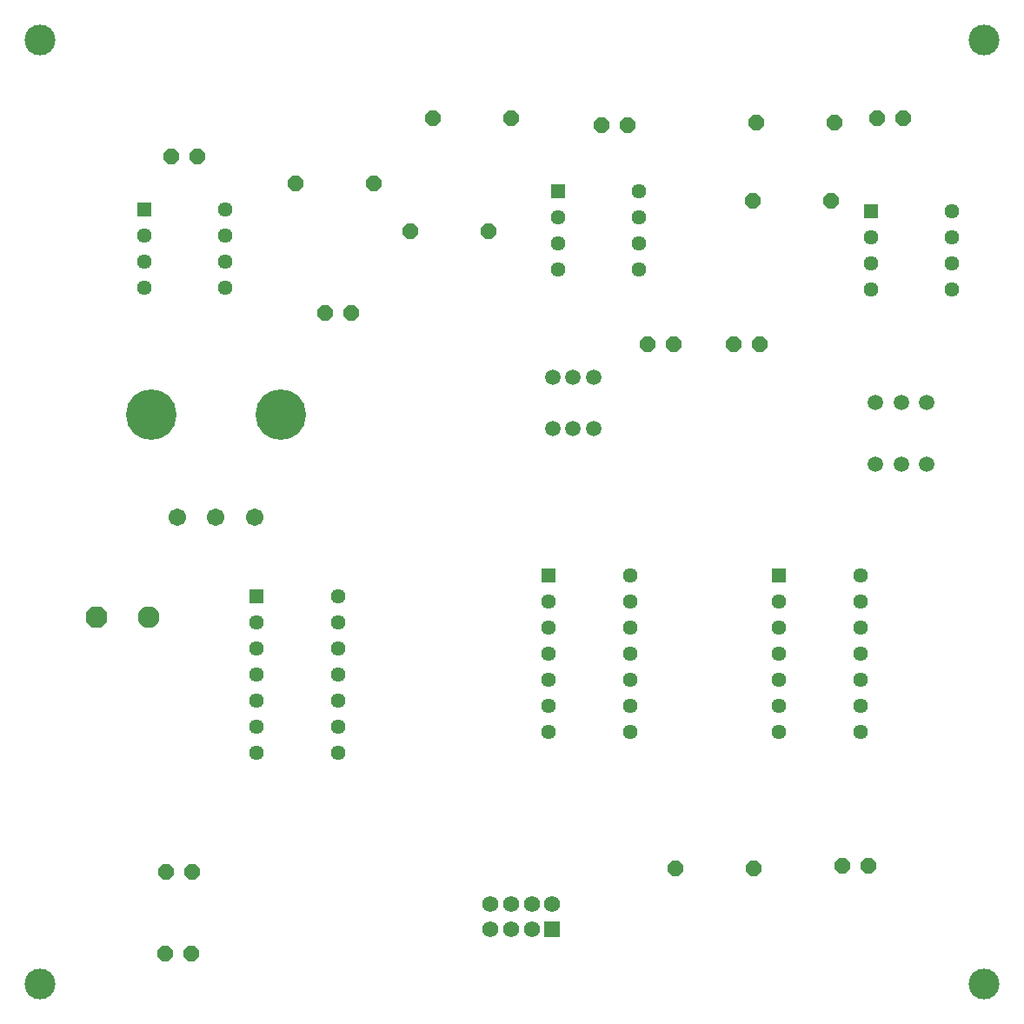
<source format=gbr>
G04 EAGLE Gerber RS-274X export*
G75*
%MOMM*%
%FSLAX34Y34*%
%LPD*%
%INSoldermask Top*%
%IPPOS*%
%AMOC8*
5,1,8,0,0,1.08239X$1,22.5*%
G01*
%ADD10R,1.441200X1.441200*%
%ADD11C,1.441200*%
%ADD12R,1.561200X1.561200*%
%ADD13C,1.561200*%
%ADD14P,1.649562X8X202.500000*%
%ADD15P,1.649562X8X22.500000*%
%ADD16C,2.108200*%
%ADD17P,2.281895X8X202.500000*%
%ADD18C,1.711200*%
%ADD19C,4.911200*%
%ADD20C,1.511200*%
%ADD21C,3.003200*%


D10*
X759800Y437800D03*
D11*
X759800Y412400D03*
X759800Y387000D03*
X759800Y361600D03*
X759800Y336200D03*
X759800Y310800D03*
X759800Y285400D03*
X839200Y285400D03*
X839200Y310800D03*
X839200Y336200D03*
X839200Y361600D03*
X839200Y387000D03*
X839200Y412400D03*
X839200Y437800D03*
D12*
X539100Y93300D03*
D13*
X539100Y118300D03*
X519100Y93300D03*
X519100Y118300D03*
X499100Y93300D03*
X499100Y118300D03*
X479100Y93300D03*
X479100Y118300D03*
D14*
X612600Y876600D03*
X587200Y876600D03*
X193400Y846600D03*
X168000Y846600D03*
D15*
X855200Y883400D03*
X880600Y883400D03*
X631700Y663400D03*
X657100Y663400D03*
X318200Y693400D03*
X343600Y693400D03*
X715800Y663400D03*
X741200Y663400D03*
D16*
X145900Y397700D03*
D17*
X95100Y397700D03*
D15*
X163300Y149600D03*
X188700Y149600D03*
X162500Y69600D03*
X187900Y69600D03*
D10*
X141500Y794800D03*
D11*
X141500Y769400D03*
X141500Y744000D03*
X141500Y718600D03*
X220900Y718600D03*
X220900Y744000D03*
X220900Y769400D03*
X220900Y794800D03*
D10*
X544400Y812600D03*
D11*
X544400Y787200D03*
X544400Y761800D03*
X544400Y736400D03*
X623800Y736400D03*
X623800Y761800D03*
X623800Y787200D03*
X623800Y812600D03*
D10*
X849300Y792600D03*
D11*
X849300Y767200D03*
X849300Y741800D03*
X849300Y716400D03*
X928700Y716400D03*
X928700Y741800D03*
X928700Y767200D03*
X928700Y792600D03*
D15*
X821690Y154940D03*
X847090Y154940D03*
D10*
X535500Y437800D03*
D11*
X535500Y412400D03*
X535500Y387000D03*
X535500Y361600D03*
X535500Y336200D03*
X535500Y310800D03*
X535500Y285400D03*
X614900Y285400D03*
X614900Y310800D03*
X614900Y336200D03*
X614900Y361600D03*
X614900Y387000D03*
X614900Y412400D03*
X614900Y437800D03*
D10*
X251200Y417800D03*
D11*
X251200Y392400D03*
X251200Y367000D03*
X251200Y341600D03*
X251200Y316200D03*
X251200Y290800D03*
X251200Y265400D03*
X330600Y265400D03*
X330600Y290800D03*
X330600Y316200D03*
X330600Y341600D03*
X330600Y367000D03*
X330600Y392400D03*
X330600Y417800D03*
D18*
X173900Y495100D03*
X211400Y495100D03*
X248900Y495100D03*
D19*
X148400Y595100D03*
X274400Y595100D03*
D15*
X289300Y819600D03*
X365500Y819600D03*
X737700Y879600D03*
X813900Y879600D03*
X734100Y803100D03*
X810300Y803100D03*
X422500Y883100D03*
X498700Y883100D03*
X400900Y773100D03*
X477100Y773100D03*
X659300Y153100D03*
X735500Y153100D03*
D20*
X853900Y546400D03*
X878900Y546400D03*
X903900Y546400D03*
X903900Y606400D03*
X878900Y606400D03*
X853900Y606400D03*
X539500Y581100D03*
X559500Y581100D03*
X579500Y581100D03*
X539500Y631100D03*
X559500Y631100D03*
X579500Y631100D03*
D21*
X40000Y40000D03*
X40000Y960000D03*
X960000Y960000D03*
X960000Y40000D03*
M02*

</source>
